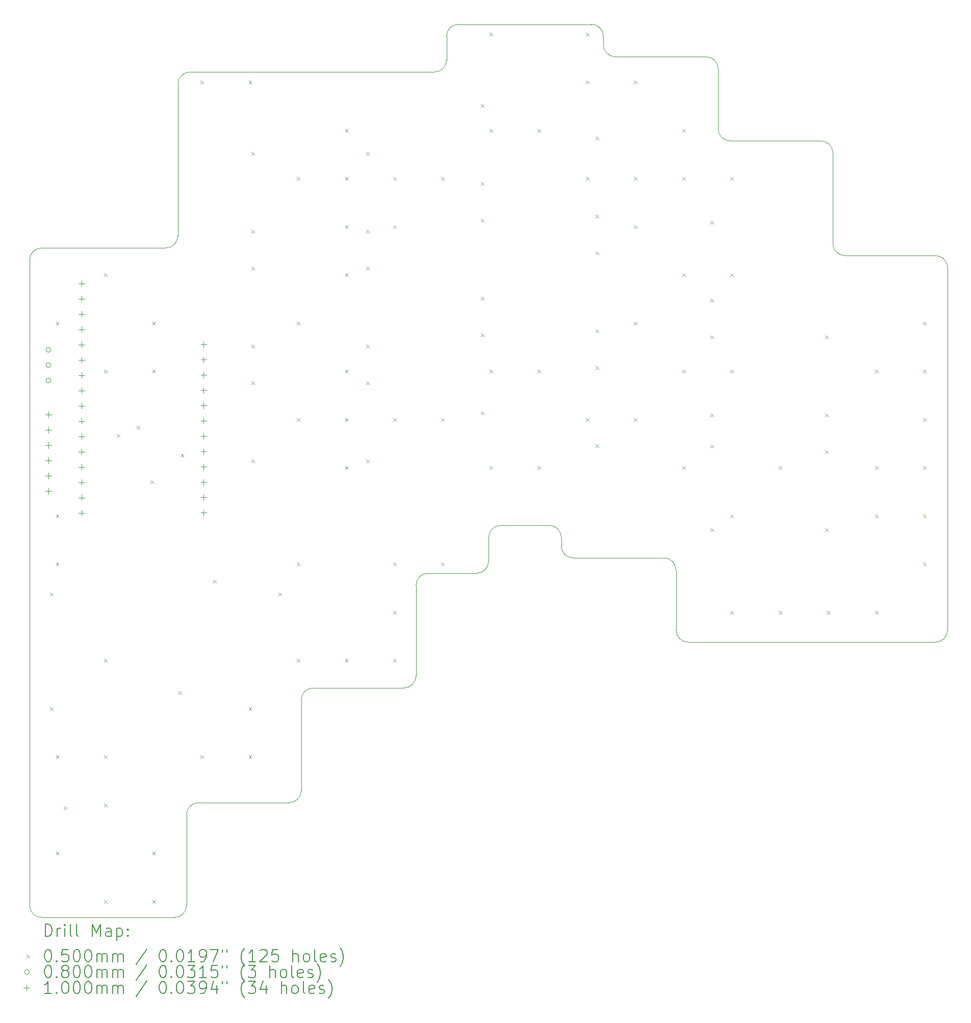
<source format=gbr>
%TF.GenerationSoftware,KiCad,Pcbnew,8.0.6-8.0.6-0~ubuntu24.04.1*%
%TF.CreationDate,2025-02-09T13:25:05-05:00*%
%TF.ProjectId,keybird_right,6b657962-6972-4645-9f72-696768742e6b,rev?*%
%TF.SameCoordinates,Original*%
%TF.FileFunction,Drillmap*%
%TF.FilePolarity,Positive*%
%FSLAX45Y45*%
G04 Gerber Fmt 4.5, Leading zero omitted, Abs format (unit mm)*
G04 Created by KiCad (PCBNEW 8.0.6-8.0.6-0~ubuntu24.04.1) date 2025-02-09 13:25:05*
%MOMM*%
%LPD*%
G01*
G04 APERTURE LIST*
%ADD10C,0.050000*%
%ADD11C,0.100000*%
%ADD12C,0.200000*%
G04 APERTURE END LIST*
D10*
X19765000Y-3776000D02*
G75*
G02*
X19565000Y-3576000I0J200000D01*
G01*
X16453500Y-12550000D02*
G75*
G02*
X16653500Y-12350000I200000J0D01*
G01*
X17660000Y-11756250D02*
G75*
G02*
X17860000Y-11556250I200000J0D01*
G01*
X17460000Y-12350000D02*
X16653500Y-12350000D01*
X16760000Y-4030000D02*
X12700000Y-4030000D01*
X14548500Y-14455000D02*
X14548500Y-15960000D01*
X19365000Y-3236250D02*
X17160000Y-3236250D01*
X23175000Y-5173000D02*
G75*
G02*
X23375000Y-5373000I0J-200000D01*
G01*
D11*
X20570000Y-12096000D02*
G75*
G02*
X20770000Y-12296000I0J-200000D01*
G01*
D10*
X25080000Y-13493000D02*
X20970000Y-13493000D01*
X20970000Y-13493000D02*
G75*
G02*
X20770000Y-13293000I0J200000D01*
G01*
X19365000Y-3236250D02*
G75*
G02*
X19565000Y-3436250I0J-200000D01*
G01*
X12643500Y-16360000D02*
G75*
G02*
X12843500Y-16160000I200000J0D01*
G01*
X17660000Y-11756250D02*
X17660000Y-12150000D01*
X25280000Y-13293000D02*
G75*
G02*
X25080000Y-13493000I-200000J0D01*
G01*
D11*
X20770000Y-12296000D02*
X20770000Y-13293000D01*
D10*
X16960000Y-3830000D02*
G75*
G02*
X16760000Y-4030000I-200000J0D01*
G01*
X25080000Y-7078000D02*
G75*
G02*
X25280000Y-7278000I0J-200000D01*
G01*
X23575000Y-7078000D02*
X25080000Y-7078000D01*
X12443500Y-18065000D02*
X10238500Y-18065000D01*
X19565000Y-3436250D02*
X19565000Y-3576000D01*
X14548500Y-14455000D02*
G75*
G02*
X14748500Y-14255000I200000J0D01*
G01*
X12300000Y-6950000D02*
X10238500Y-6950000D01*
X10038500Y-7150000D02*
G75*
G02*
X10238500Y-6950000I200000J0D01*
G01*
X19065000Y-12096000D02*
G75*
G02*
X18865000Y-11896000I0J200000D01*
G01*
X23375000Y-5373000D02*
X23375000Y-6878000D01*
X21470000Y-3976000D02*
X21470000Y-4973000D01*
X12500000Y-4230000D02*
G75*
G02*
X12700000Y-4030000I200000J0D01*
G01*
X16453500Y-14055000D02*
G75*
G02*
X16253500Y-14255000I-200000J0D01*
G01*
X19765000Y-3776000D02*
X21270000Y-3776000D01*
X21670000Y-5173000D02*
G75*
G02*
X21470000Y-4973000I0J200000D01*
G01*
X14548500Y-15960000D02*
G75*
G02*
X14348500Y-16160000I-200000J0D01*
G01*
X12643500Y-16360000D02*
X12643500Y-17865000D01*
X23575000Y-7078000D02*
G75*
G02*
X23375000Y-6878000I0J200000D01*
G01*
X10238500Y-18065000D02*
G75*
G02*
X10038500Y-17865000I0J200000D01*
G01*
X12500000Y-6750000D02*
G75*
G02*
X12300000Y-6950000I-200000J0D01*
G01*
X12500000Y-4230000D02*
X12500000Y-6750000D01*
X16960000Y-3436250D02*
G75*
G02*
X17160000Y-3236250I200000J0D01*
G01*
X18865000Y-11896000D02*
X18865000Y-11756250D01*
X25280000Y-7278000D02*
X25280000Y-13293000D01*
X21270000Y-3776000D02*
G75*
G02*
X21470000Y-3976000I0J-200000D01*
G01*
X16960000Y-3830000D02*
X16960000Y-3436250D01*
X16253500Y-14255000D02*
X14748500Y-14255000D01*
X14348500Y-16160000D02*
X12843500Y-16160000D01*
X18665000Y-11556250D02*
X17860000Y-11556250D01*
X17660000Y-12150000D02*
G75*
G02*
X17460000Y-12350000I-200000J0D01*
G01*
X16453500Y-12550000D02*
X16453500Y-14055000D01*
X18665000Y-11556250D02*
G75*
G02*
X18865000Y-11756250I0J-200000D01*
G01*
X20570000Y-12096000D02*
X19065000Y-12096000D01*
X21670000Y-5173000D02*
X23175000Y-5173000D01*
X12643500Y-17865000D02*
G75*
G02*
X12443500Y-18065000I-200000J0D01*
G01*
X10038500Y-7150000D02*
X10038500Y-17865000D01*
D12*
D11*
X10379081Y-12672833D02*
X10429081Y-12722833D01*
X10429081Y-12672833D02*
X10379081Y-12722833D01*
X10379081Y-14577833D02*
X10429081Y-14627833D01*
X10429081Y-14577833D02*
X10379081Y-14627833D01*
X10475000Y-8175000D02*
X10525000Y-8225000D01*
X10525000Y-8175000D02*
X10475000Y-8225000D01*
X10475000Y-11375000D02*
X10525000Y-11425000D01*
X10525000Y-11375000D02*
X10475000Y-11425000D01*
X10475000Y-12175000D02*
X10525000Y-12225000D01*
X10525000Y-12175000D02*
X10475000Y-12225000D01*
X10475000Y-15375000D02*
X10525000Y-15425000D01*
X10525000Y-15375000D02*
X10475000Y-15425000D01*
X10475000Y-16975000D02*
X10525000Y-17025000D01*
X10525000Y-16975000D02*
X10475000Y-17025000D01*
X10605625Y-16222201D02*
X10655625Y-16272201D01*
X10655625Y-16222201D02*
X10605625Y-16272201D01*
X11275000Y-7375000D02*
X11325000Y-7425000D01*
X11325000Y-7375000D02*
X11275000Y-7425000D01*
X11275000Y-8975000D02*
X11325000Y-9025000D01*
X11325000Y-8975000D02*
X11275000Y-9025000D01*
X11275000Y-13775000D02*
X11325000Y-13825000D01*
X11325000Y-13775000D02*
X11275000Y-13825000D01*
X11275000Y-15375000D02*
X11325000Y-15425000D01*
X11325000Y-15375000D02*
X11275000Y-15425000D01*
X11275000Y-16175000D02*
X11325000Y-16225000D01*
X11325000Y-16175000D02*
X11275000Y-16225000D01*
X11275000Y-17775000D02*
X11325000Y-17825000D01*
X11325000Y-17775000D02*
X11275000Y-17825000D01*
X11487000Y-10041370D02*
X11537000Y-10091370D01*
X11537000Y-10041370D02*
X11487000Y-10091370D01*
X11815942Y-9904323D02*
X11865942Y-9954323D01*
X11865942Y-9904323D02*
X11815942Y-9954323D01*
X12043979Y-10806393D02*
X12093979Y-10856393D01*
X12093979Y-10806393D02*
X12043979Y-10856393D01*
X12075000Y-8175000D02*
X12125000Y-8225000D01*
X12125000Y-8175000D02*
X12075000Y-8225000D01*
X12075000Y-8975000D02*
X12125000Y-9025000D01*
X12125000Y-8975000D02*
X12075000Y-9025000D01*
X12075000Y-16975000D02*
X12125000Y-17025000D01*
X12125000Y-16975000D02*
X12075000Y-17025000D01*
X12075000Y-17775000D02*
X12125000Y-17825000D01*
X12125000Y-17775000D02*
X12075000Y-17825000D01*
X12512717Y-14306432D02*
X12562717Y-14356432D01*
X12562717Y-14306432D02*
X12512717Y-14356432D01*
X12549312Y-10371411D02*
X12599312Y-10421411D01*
X12599312Y-10371411D02*
X12549312Y-10421411D01*
X12875000Y-4175000D02*
X12925000Y-4225000D01*
X12925000Y-4175000D02*
X12875000Y-4225000D01*
X12875000Y-15375000D02*
X12925000Y-15425000D01*
X12925000Y-15375000D02*
X12875000Y-15425000D01*
X13086902Y-12461333D02*
X13136902Y-12511333D01*
X13136902Y-12461333D02*
X13086902Y-12511333D01*
X13675000Y-4175000D02*
X13725000Y-4225000D01*
X13725000Y-4175000D02*
X13675000Y-4225000D01*
X13675000Y-14575000D02*
X13725000Y-14625000D01*
X13725000Y-14575000D02*
X13675000Y-14625000D01*
X13675000Y-15375000D02*
X13725000Y-15425000D01*
X13725000Y-15375000D02*
X13675000Y-15425000D01*
X13719000Y-5358408D02*
X13769000Y-5408408D01*
X13769000Y-5358408D02*
X13719000Y-5408408D01*
X13719000Y-7263408D02*
X13769000Y-7313408D01*
X13769000Y-7263408D02*
X13719000Y-7313408D01*
X13719000Y-9168408D02*
X13769000Y-9218408D01*
X13769000Y-9168408D02*
X13719000Y-9218408D01*
X13719005Y-6653592D02*
X13769005Y-6703592D01*
X13769005Y-6653592D02*
X13719005Y-6703592D01*
X13719005Y-8558592D02*
X13769005Y-8608592D01*
X13769005Y-8558592D02*
X13719005Y-8608592D01*
X13719005Y-10463592D02*
X13769005Y-10513592D01*
X13769005Y-10463592D02*
X13719005Y-10513592D01*
X14171231Y-12673500D02*
X14221231Y-12723500D01*
X14221231Y-12673500D02*
X14171231Y-12723500D01*
X14475000Y-5775000D02*
X14525000Y-5825000D01*
X14525000Y-5775000D02*
X14475000Y-5825000D01*
X14475000Y-8175000D02*
X14525000Y-8225000D01*
X14525000Y-8175000D02*
X14475000Y-8225000D01*
X14475000Y-9775000D02*
X14525000Y-9825000D01*
X14525000Y-9775000D02*
X14475000Y-9825000D01*
X14475000Y-12175000D02*
X14525000Y-12225000D01*
X14525000Y-12175000D02*
X14475000Y-12225000D01*
X14475000Y-13775000D02*
X14525000Y-13825000D01*
X14525000Y-13775000D02*
X14475000Y-13825000D01*
X15275000Y-4975000D02*
X15325000Y-5025000D01*
X15325000Y-4975000D02*
X15275000Y-5025000D01*
X15275000Y-5775000D02*
X15325000Y-5825000D01*
X15325000Y-5775000D02*
X15275000Y-5825000D01*
X15275000Y-6575000D02*
X15325000Y-6625000D01*
X15325000Y-6575000D02*
X15275000Y-6625000D01*
X15275000Y-7375000D02*
X15325000Y-7425000D01*
X15325000Y-7375000D02*
X15275000Y-7425000D01*
X15275000Y-8975000D02*
X15325000Y-9025000D01*
X15325000Y-8975000D02*
X15275000Y-9025000D01*
X15275000Y-9775000D02*
X15325000Y-9825000D01*
X15325000Y-9775000D02*
X15275000Y-9825000D01*
X15275000Y-10575000D02*
X15325000Y-10625000D01*
X15325000Y-10575000D02*
X15275000Y-10625000D01*
X15275000Y-13775000D02*
X15325000Y-13825000D01*
X15325000Y-13775000D02*
X15275000Y-13825000D01*
X15624000Y-5358408D02*
X15674000Y-5408408D01*
X15674000Y-5358408D02*
X15624000Y-5408408D01*
X15624000Y-7263408D02*
X15674000Y-7313408D01*
X15674000Y-7263408D02*
X15624000Y-7313408D01*
X15624000Y-9168408D02*
X15674000Y-9218408D01*
X15674000Y-9168408D02*
X15624000Y-9218408D01*
X15624005Y-6653592D02*
X15674005Y-6703592D01*
X15674005Y-6653592D02*
X15624005Y-6703592D01*
X15624005Y-8558592D02*
X15674005Y-8608592D01*
X15674005Y-8558592D02*
X15624005Y-8608592D01*
X15624005Y-10463592D02*
X15674005Y-10513592D01*
X15674005Y-10463592D02*
X15624005Y-10513592D01*
X16075000Y-5775000D02*
X16125000Y-5825000D01*
X16125000Y-5775000D02*
X16075000Y-5825000D01*
X16075000Y-6575000D02*
X16125000Y-6625000D01*
X16125000Y-6575000D02*
X16075000Y-6625000D01*
X16075000Y-9775000D02*
X16125000Y-9825000D01*
X16125000Y-9775000D02*
X16075000Y-9825000D01*
X16075000Y-12175000D02*
X16125000Y-12225000D01*
X16125000Y-12175000D02*
X16075000Y-12225000D01*
X16075000Y-12975000D02*
X16125000Y-13025000D01*
X16125000Y-12975000D02*
X16075000Y-13025000D01*
X16075000Y-13775000D02*
X16125000Y-13825000D01*
X16125000Y-13775000D02*
X16075000Y-13825000D01*
X16875000Y-5775000D02*
X16925000Y-5825000D01*
X16925000Y-5775000D02*
X16875000Y-5825000D01*
X16875000Y-9775000D02*
X16925000Y-9825000D01*
X16925000Y-9775000D02*
X16875000Y-9825000D01*
X16875000Y-12175000D02*
X16925000Y-12225000D01*
X16925000Y-12175000D02*
X16875000Y-12225000D01*
X17529000Y-4564658D02*
X17579000Y-4614658D01*
X17579000Y-4564658D02*
X17529000Y-4614658D01*
X17529000Y-6469658D02*
X17579000Y-6519658D01*
X17579000Y-6469658D02*
X17529000Y-6519658D01*
X17529000Y-8374658D02*
X17579000Y-8424658D01*
X17579000Y-8374658D02*
X17529000Y-8424658D01*
X17529005Y-5859842D02*
X17579005Y-5909842D01*
X17579005Y-5859842D02*
X17529005Y-5909842D01*
X17529005Y-7764842D02*
X17579005Y-7814842D01*
X17579005Y-7764842D02*
X17529005Y-7814842D01*
X17529005Y-9669842D02*
X17579005Y-9719842D01*
X17579005Y-9669842D02*
X17529005Y-9719842D01*
X17675000Y-3375000D02*
X17725000Y-3425000D01*
X17725000Y-3375000D02*
X17675000Y-3425000D01*
X17675000Y-4975000D02*
X17725000Y-5025000D01*
X17725000Y-4975000D02*
X17675000Y-5025000D01*
X17675000Y-8975000D02*
X17725000Y-9025000D01*
X17725000Y-8975000D02*
X17675000Y-9025000D01*
X17675000Y-10575000D02*
X17725000Y-10625000D01*
X17725000Y-10575000D02*
X17675000Y-10625000D01*
X18475000Y-4975000D02*
X18525000Y-5025000D01*
X18525000Y-4975000D02*
X18475000Y-5025000D01*
X18475000Y-8975000D02*
X18525000Y-9025000D01*
X18525000Y-8975000D02*
X18475000Y-9025000D01*
X18475000Y-10575000D02*
X18525000Y-10625000D01*
X18525000Y-10575000D02*
X18475000Y-10625000D01*
X19275000Y-3375000D02*
X19325000Y-3425000D01*
X19325000Y-3375000D02*
X19275000Y-3425000D01*
X19275000Y-4175000D02*
X19325000Y-4225000D01*
X19325000Y-4175000D02*
X19275000Y-4225000D01*
X19275000Y-5775000D02*
X19325000Y-5825000D01*
X19325000Y-5775000D02*
X19275000Y-5825000D01*
X19275000Y-9775000D02*
X19325000Y-9825000D01*
X19325000Y-9775000D02*
X19275000Y-9825000D01*
X19433995Y-7009408D02*
X19483995Y-7059408D01*
X19483995Y-7009408D02*
X19433995Y-7059408D01*
X19434000Y-5104408D02*
X19484000Y-5154408D01*
X19484000Y-5104408D02*
X19434000Y-5154408D01*
X19434000Y-8304592D02*
X19484000Y-8354592D01*
X19484000Y-8304592D02*
X19434000Y-8354592D01*
X19434000Y-8914408D02*
X19484000Y-8964408D01*
X19484000Y-8914408D02*
X19434000Y-8964408D01*
X19434005Y-6399592D02*
X19484005Y-6449592D01*
X19484005Y-6399592D02*
X19434005Y-6449592D01*
X19434005Y-10209592D02*
X19484005Y-10259592D01*
X19484005Y-10209592D02*
X19434005Y-10259592D01*
X20075000Y-4175000D02*
X20125000Y-4225000D01*
X20125000Y-4175000D02*
X20075000Y-4225000D01*
X20075000Y-5775000D02*
X20125000Y-5825000D01*
X20125000Y-5775000D02*
X20075000Y-5825000D01*
X20075000Y-6575000D02*
X20125000Y-6625000D01*
X20125000Y-6575000D02*
X20075000Y-6625000D01*
X20075000Y-8175000D02*
X20125000Y-8225000D01*
X20125000Y-8175000D02*
X20075000Y-8225000D01*
X20075000Y-9775000D02*
X20125000Y-9825000D01*
X20125000Y-9775000D02*
X20075000Y-9825000D01*
X20875000Y-4975000D02*
X20925000Y-5025000D01*
X20925000Y-4975000D02*
X20875000Y-5025000D01*
X20875000Y-5775000D02*
X20925000Y-5825000D01*
X20925000Y-5775000D02*
X20875000Y-5825000D01*
X20875000Y-7375000D02*
X20925000Y-7425000D01*
X20925000Y-7375000D02*
X20875000Y-7425000D01*
X20875000Y-8975000D02*
X20925000Y-9025000D01*
X20925000Y-8975000D02*
X20875000Y-9025000D01*
X20875000Y-10575000D02*
X20925000Y-10625000D01*
X20925000Y-10575000D02*
X20875000Y-10625000D01*
X21339000Y-6501408D02*
X21389000Y-6551408D01*
X21389000Y-6501408D02*
X21339000Y-6551408D01*
X21339000Y-8406408D02*
X21389000Y-8456408D01*
X21389000Y-8406408D02*
X21339000Y-8456408D01*
X21339000Y-10219531D02*
X21389000Y-10269531D01*
X21389000Y-10219531D02*
X21339000Y-10269531D01*
X21339005Y-7796592D02*
X21389005Y-7846592D01*
X21389005Y-7796592D02*
X21339005Y-7846592D01*
X21339005Y-9701592D02*
X21389005Y-9751592D01*
X21389005Y-9701592D02*
X21339005Y-9751592D01*
X21339005Y-11606592D02*
X21389005Y-11656592D01*
X21389005Y-11606592D02*
X21339005Y-11656592D01*
X21675000Y-5775000D02*
X21725000Y-5825000D01*
X21725000Y-5775000D02*
X21675000Y-5825000D01*
X21675000Y-7375000D02*
X21725000Y-7425000D01*
X21725000Y-7375000D02*
X21675000Y-7425000D01*
X21675000Y-8975000D02*
X21725000Y-9025000D01*
X21725000Y-8975000D02*
X21675000Y-9025000D01*
X21675000Y-11375000D02*
X21725000Y-11425000D01*
X21725000Y-11375000D02*
X21675000Y-11425000D01*
X21675000Y-12975000D02*
X21725000Y-13025000D01*
X21725000Y-12975000D02*
X21675000Y-13025000D01*
X22475000Y-10575000D02*
X22525000Y-10625000D01*
X22525000Y-10575000D02*
X22475000Y-10625000D01*
X22475000Y-12975000D02*
X22525000Y-13025000D01*
X22525000Y-12975000D02*
X22475000Y-13025000D01*
X23243995Y-8406408D02*
X23293995Y-8456408D01*
X23293995Y-8406408D02*
X23243995Y-8456408D01*
X23244000Y-9701592D02*
X23294000Y-9751592D01*
X23294000Y-9701592D02*
X23244000Y-9751592D01*
X23244000Y-10311408D02*
X23294000Y-10361408D01*
X23294000Y-10311408D02*
X23244000Y-10361408D01*
X23244005Y-11606592D02*
X23294005Y-11656592D01*
X23294005Y-11606592D02*
X23244005Y-11656592D01*
X23275000Y-12975000D02*
X23325000Y-13025000D01*
X23325000Y-12975000D02*
X23275000Y-13025000D01*
X24075000Y-8975000D02*
X24125000Y-9025000D01*
X24125000Y-8975000D02*
X24075000Y-9025000D01*
X24075000Y-10575000D02*
X24125000Y-10625000D01*
X24125000Y-10575000D02*
X24075000Y-10625000D01*
X24075000Y-11375000D02*
X24125000Y-11425000D01*
X24125000Y-11375000D02*
X24075000Y-11425000D01*
X24075000Y-12975000D02*
X24125000Y-13025000D01*
X24125000Y-12975000D02*
X24075000Y-13025000D01*
X24875000Y-8175000D02*
X24925000Y-8225000D01*
X24925000Y-8175000D02*
X24875000Y-8225000D01*
X24875000Y-8975000D02*
X24925000Y-9025000D01*
X24925000Y-8975000D02*
X24875000Y-9025000D01*
X24875000Y-9775000D02*
X24925000Y-9825000D01*
X24925000Y-9775000D02*
X24875000Y-9825000D01*
X24875000Y-10575000D02*
X24925000Y-10625000D01*
X24925000Y-10575000D02*
X24875000Y-10625000D01*
X24875000Y-11375000D02*
X24925000Y-11425000D01*
X24925000Y-11375000D02*
X24875000Y-11425000D01*
X24875000Y-12175000D02*
X24925000Y-12225000D01*
X24925000Y-12175000D02*
X24875000Y-12225000D01*
X10390000Y-8642000D02*
G75*
G02*
X10310000Y-8642000I-40000J0D01*
G01*
X10310000Y-8642000D02*
G75*
G02*
X10390000Y-8642000I40000J0D01*
G01*
X10390000Y-8896000D02*
G75*
G02*
X10310000Y-8896000I-40000J0D01*
G01*
X10310000Y-8896000D02*
G75*
G02*
X10390000Y-8896000I40000J0D01*
G01*
X10390000Y-9150000D02*
G75*
G02*
X10310000Y-9150000I-40000J0D01*
G01*
X10310000Y-9150000D02*
G75*
G02*
X10390000Y-9150000I40000J0D01*
G01*
X10350000Y-9665000D02*
X10350000Y-9765000D01*
X10300000Y-9715000D02*
X10400000Y-9715000D01*
X10350000Y-9919000D02*
X10350000Y-10019000D01*
X10300000Y-9969000D02*
X10400000Y-9969000D01*
X10350000Y-10173000D02*
X10350000Y-10273000D01*
X10300000Y-10223000D02*
X10400000Y-10223000D01*
X10350000Y-10427000D02*
X10350000Y-10527000D01*
X10300000Y-10477000D02*
X10400000Y-10477000D01*
X10350000Y-10681000D02*
X10350000Y-10781000D01*
X10300000Y-10731000D02*
X10400000Y-10731000D01*
X10350000Y-10935000D02*
X10350000Y-11035000D01*
X10300000Y-10985000D02*
X10400000Y-10985000D01*
X10900000Y-7487500D02*
X10900000Y-7587500D01*
X10850000Y-7537500D02*
X10950000Y-7537500D01*
X10900000Y-7741500D02*
X10900000Y-7841500D01*
X10850000Y-7791500D02*
X10950000Y-7791500D01*
X10900000Y-7995500D02*
X10900000Y-8095500D01*
X10850000Y-8045500D02*
X10950000Y-8045500D01*
X10900000Y-8249500D02*
X10900000Y-8349500D01*
X10850000Y-8299500D02*
X10950000Y-8299500D01*
X10900000Y-8503500D02*
X10900000Y-8603500D01*
X10850000Y-8553500D02*
X10950000Y-8553500D01*
X10900000Y-8757500D02*
X10900000Y-8857500D01*
X10850000Y-8807500D02*
X10950000Y-8807500D01*
X10900000Y-9011500D02*
X10900000Y-9111500D01*
X10850000Y-9061500D02*
X10950000Y-9061500D01*
X10900000Y-9265500D02*
X10900000Y-9365500D01*
X10850000Y-9315500D02*
X10950000Y-9315500D01*
X10900000Y-9519500D02*
X10900000Y-9619500D01*
X10850000Y-9569500D02*
X10950000Y-9569500D01*
X10900000Y-9773500D02*
X10900000Y-9873500D01*
X10850000Y-9823500D02*
X10950000Y-9823500D01*
X10900000Y-10027500D02*
X10900000Y-10127500D01*
X10850000Y-10077500D02*
X10950000Y-10077500D01*
X10900000Y-10281500D02*
X10900000Y-10381500D01*
X10850000Y-10331500D02*
X10950000Y-10331500D01*
X10900000Y-10535500D02*
X10900000Y-10635500D01*
X10850000Y-10585500D02*
X10950000Y-10585500D01*
X10900000Y-10789500D02*
X10900000Y-10889500D01*
X10850000Y-10839500D02*
X10950000Y-10839500D01*
X10900000Y-11043500D02*
X10900000Y-11143500D01*
X10850000Y-11093500D02*
X10950000Y-11093500D01*
X10900000Y-11297500D02*
X10900000Y-11397500D01*
X10850000Y-11347500D02*
X10950000Y-11347500D01*
X12929500Y-8502500D02*
X12929500Y-8602500D01*
X12879500Y-8552500D02*
X12979500Y-8552500D01*
X12929500Y-8756500D02*
X12929500Y-8856500D01*
X12879500Y-8806500D02*
X12979500Y-8806500D01*
X12929500Y-9010500D02*
X12929500Y-9110500D01*
X12879500Y-9060500D02*
X12979500Y-9060500D01*
X12929500Y-9264500D02*
X12929500Y-9364500D01*
X12879500Y-9314500D02*
X12979500Y-9314500D01*
X12929500Y-9518500D02*
X12929500Y-9618500D01*
X12879500Y-9568500D02*
X12979500Y-9568500D01*
X12929500Y-9772500D02*
X12929500Y-9872500D01*
X12879500Y-9822500D02*
X12979500Y-9822500D01*
X12929500Y-10026500D02*
X12929500Y-10126500D01*
X12879500Y-10076500D02*
X12979500Y-10076500D01*
X12929500Y-10280500D02*
X12929500Y-10380500D01*
X12879500Y-10330500D02*
X12979500Y-10330500D01*
X12929500Y-10534500D02*
X12929500Y-10634500D01*
X12879500Y-10584500D02*
X12979500Y-10584500D01*
X12929500Y-10788500D02*
X12929500Y-10888500D01*
X12879500Y-10838500D02*
X12979500Y-10838500D01*
X12929500Y-11042500D02*
X12929500Y-11142500D01*
X12879500Y-11092500D02*
X12979500Y-11092500D01*
X12929500Y-11296500D02*
X12929500Y-11396500D01*
X12879500Y-11346500D02*
X12979500Y-11346500D01*
D12*
X10296777Y-18378984D02*
X10296777Y-18178984D01*
X10296777Y-18178984D02*
X10344396Y-18178984D01*
X10344396Y-18178984D02*
X10372967Y-18188508D01*
X10372967Y-18188508D02*
X10392015Y-18207555D01*
X10392015Y-18207555D02*
X10401539Y-18226603D01*
X10401539Y-18226603D02*
X10411063Y-18264698D01*
X10411063Y-18264698D02*
X10411063Y-18293270D01*
X10411063Y-18293270D02*
X10401539Y-18331365D01*
X10401539Y-18331365D02*
X10392015Y-18350412D01*
X10392015Y-18350412D02*
X10372967Y-18369460D01*
X10372967Y-18369460D02*
X10344396Y-18378984D01*
X10344396Y-18378984D02*
X10296777Y-18378984D01*
X10496777Y-18378984D02*
X10496777Y-18245650D01*
X10496777Y-18283746D02*
X10506301Y-18264698D01*
X10506301Y-18264698D02*
X10515824Y-18255174D01*
X10515824Y-18255174D02*
X10534872Y-18245650D01*
X10534872Y-18245650D02*
X10553920Y-18245650D01*
X10620586Y-18378984D02*
X10620586Y-18245650D01*
X10620586Y-18178984D02*
X10611063Y-18188508D01*
X10611063Y-18188508D02*
X10620586Y-18198031D01*
X10620586Y-18198031D02*
X10630110Y-18188508D01*
X10630110Y-18188508D02*
X10620586Y-18178984D01*
X10620586Y-18178984D02*
X10620586Y-18198031D01*
X10744396Y-18378984D02*
X10725348Y-18369460D01*
X10725348Y-18369460D02*
X10715824Y-18350412D01*
X10715824Y-18350412D02*
X10715824Y-18178984D01*
X10849158Y-18378984D02*
X10830110Y-18369460D01*
X10830110Y-18369460D02*
X10820586Y-18350412D01*
X10820586Y-18350412D02*
X10820586Y-18178984D01*
X11077729Y-18378984D02*
X11077729Y-18178984D01*
X11077729Y-18178984D02*
X11144396Y-18321841D01*
X11144396Y-18321841D02*
X11211062Y-18178984D01*
X11211062Y-18178984D02*
X11211062Y-18378984D01*
X11392015Y-18378984D02*
X11392015Y-18274222D01*
X11392015Y-18274222D02*
X11382491Y-18255174D01*
X11382491Y-18255174D02*
X11363443Y-18245650D01*
X11363443Y-18245650D02*
X11325348Y-18245650D01*
X11325348Y-18245650D02*
X11306301Y-18255174D01*
X11392015Y-18369460D02*
X11372967Y-18378984D01*
X11372967Y-18378984D02*
X11325348Y-18378984D01*
X11325348Y-18378984D02*
X11306301Y-18369460D01*
X11306301Y-18369460D02*
X11296777Y-18350412D01*
X11296777Y-18350412D02*
X11296777Y-18331365D01*
X11296777Y-18331365D02*
X11306301Y-18312317D01*
X11306301Y-18312317D02*
X11325348Y-18302793D01*
X11325348Y-18302793D02*
X11372967Y-18302793D01*
X11372967Y-18302793D02*
X11392015Y-18293270D01*
X11487253Y-18245650D02*
X11487253Y-18445650D01*
X11487253Y-18255174D02*
X11506301Y-18245650D01*
X11506301Y-18245650D02*
X11544396Y-18245650D01*
X11544396Y-18245650D02*
X11563443Y-18255174D01*
X11563443Y-18255174D02*
X11572967Y-18264698D01*
X11572967Y-18264698D02*
X11582491Y-18283746D01*
X11582491Y-18283746D02*
X11582491Y-18340889D01*
X11582491Y-18340889D02*
X11572967Y-18359936D01*
X11572967Y-18359936D02*
X11563443Y-18369460D01*
X11563443Y-18369460D02*
X11544396Y-18378984D01*
X11544396Y-18378984D02*
X11506301Y-18378984D01*
X11506301Y-18378984D02*
X11487253Y-18369460D01*
X11668205Y-18359936D02*
X11677729Y-18369460D01*
X11677729Y-18369460D02*
X11668205Y-18378984D01*
X11668205Y-18378984D02*
X11658682Y-18369460D01*
X11658682Y-18369460D02*
X11668205Y-18359936D01*
X11668205Y-18359936D02*
X11668205Y-18378984D01*
X11668205Y-18255174D02*
X11677729Y-18264698D01*
X11677729Y-18264698D02*
X11668205Y-18274222D01*
X11668205Y-18274222D02*
X11658682Y-18264698D01*
X11658682Y-18264698D02*
X11668205Y-18255174D01*
X11668205Y-18255174D02*
X11668205Y-18274222D01*
D11*
X9986000Y-18682500D02*
X10036000Y-18732500D01*
X10036000Y-18682500D02*
X9986000Y-18732500D01*
D12*
X10334872Y-18598984D02*
X10353920Y-18598984D01*
X10353920Y-18598984D02*
X10372967Y-18608508D01*
X10372967Y-18608508D02*
X10382491Y-18618031D01*
X10382491Y-18618031D02*
X10392015Y-18637079D01*
X10392015Y-18637079D02*
X10401539Y-18675174D01*
X10401539Y-18675174D02*
X10401539Y-18722793D01*
X10401539Y-18722793D02*
X10392015Y-18760889D01*
X10392015Y-18760889D02*
X10382491Y-18779936D01*
X10382491Y-18779936D02*
X10372967Y-18789460D01*
X10372967Y-18789460D02*
X10353920Y-18798984D01*
X10353920Y-18798984D02*
X10334872Y-18798984D01*
X10334872Y-18798984D02*
X10315824Y-18789460D01*
X10315824Y-18789460D02*
X10306301Y-18779936D01*
X10306301Y-18779936D02*
X10296777Y-18760889D01*
X10296777Y-18760889D02*
X10287253Y-18722793D01*
X10287253Y-18722793D02*
X10287253Y-18675174D01*
X10287253Y-18675174D02*
X10296777Y-18637079D01*
X10296777Y-18637079D02*
X10306301Y-18618031D01*
X10306301Y-18618031D02*
X10315824Y-18608508D01*
X10315824Y-18608508D02*
X10334872Y-18598984D01*
X10487253Y-18779936D02*
X10496777Y-18789460D01*
X10496777Y-18789460D02*
X10487253Y-18798984D01*
X10487253Y-18798984D02*
X10477729Y-18789460D01*
X10477729Y-18789460D02*
X10487253Y-18779936D01*
X10487253Y-18779936D02*
X10487253Y-18798984D01*
X10677729Y-18598984D02*
X10582491Y-18598984D01*
X10582491Y-18598984D02*
X10572967Y-18694222D01*
X10572967Y-18694222D02*
X10582491Y-18684698D01*
X10582491Y-18684698D02*
X10601539Y-18675174D01*
X10601539Y-18675174D02*
X10649158Y-18675174D01*
X10649158Y-18675174D02*
X10668205Y-18684698D01*
X10668205Y-18684698D02*
X10677729Y-18694222D01*
X10677729Y-18694222D02*
X10687253Y-18713270D01*
X10687253Y-18713270D02*
X10687253Y-18760889D01*
X10687253Y-18760889D02*
X10677729Y-18779936D01*
X10677729Y-18779936D02*
X10668205Y-18789460D01*
X10668205Y-18789460D02*
X10649158Y-18798984D01*
X10649158Y-18798984D02*
X10601539Y-18798984D01*
X10601539Y-18798984D02*
X10582491Y-18789460D01*
X10582491Y-18789460D02*
X10572967Y-18779936D01*
X10811063Y-18598984D02*
X10830110Y-18598984D01*
X10830110Y-18598984D02*
X10849158Y-18608508D01*
X10849158Y-18608508D02*
X10858682Y-18618031D01*
X10858682Y-18618031D02*
X10868205Y-18637079D01*
X10868205Y-18637079D02*
X10877729Y-18675174D01*
X10877729Y-18675174D02*
X10877729Y-18722793D01*
X10877729Y-18722793D02*
X10868205Y-18760889D01*
X10868205Y-18760889D02*
X10858682Y-18779936D01*
X10858682Y-18779936D02*
X10849158Y-18789460D01*
X10849158Y-18789460D02*
X10830110Y-18798984D01*
X10830110Y-18798984D02*
X10811063Y-18798984D01*
X10811063Y-18798984D02*
X10792015Y-18789460D01*
X10792015Y-18789460D02*
X10782491Y-18779936D01*
X10782491Y-18779936D02*
X10772967Y-18760889D01*
X10772967Y-18760889D02*
X10763444Y-18722793D01*
X10763444Y-18722793D02*
X10763444Y-18675174D01*
X10763444Y-18675174D02*
X10772967Y-18637079D01*
X10772967Y-18637079D02*
X10782491Y-18618031D01*
X10782491Y-18618031D02*
X10792015Y-18608508D01*
X10792015Y-18608508D02*
X10811063Y-18598984D01*
X11001539Y-18598984D02*
X11020586Y-18598984D01*
X11020586Y-18598984D02*
X11039634Y-18608508D01*
X11039634Y-18608508D02*
X11049158Y-18618031D01*
X11049158Y-18618031D02*
X11058682Y-18637079D01*
X11058682Y-18637079D02*
X11068205Y-18675174D01*
X11068205Y-18675174D02*
X11068205Y-18722793D01*
X11068205Y-18722793D02*
X11058682Y-18760889D01*
X11058682Y-18760889D02*
X11049158Y-18779936D01*
X11049158Y-18779936D02*
X11039634Y-18789460D01*
X11039634Y-18789460D02*
X11020586Y-18798984D01*
X11020586Y-18798984D02*
X11001539Y-18798984D01*
X11001539Y-18798984D02*
X10982491Y-18789460D01*
X10982491Y-18789460D02*
X10972967Y-18779936D01*
X10972967Y-18779936D02*
X10963444Y-18760889D01*
X10963444Y-18760889D02*
X10953920Y-18722793D01*
X10953920Y-18722793D02*
X10953920Y-18675174D01*
X10953920Y-18675174D02*
X10963444Y-18637079D01*
X10963444Y-18637079D02*
X10972967Y-18618031D01*
X10972967Y-18618031D02*
X10982491Y-18608508D01*
X10982491Y-18608508D02*
X11001539Y-18598984D01*
X11153920Y-18798984D02*
X11153920Y-18665650D01*
X11153920Y-18684698D02*
X11163444Y-18675174D01*
X11163444Y-18675174D02*
X11182491Y-18665650D01*
X11182491Y-18665650D02*
X11211063Y-18665650D01*
X11211063Y-18665650D02*
X11230110Y-18675174D01*
X11230110Y-18675174D02*
X11239634Y-18694222D01*
X11239634Y-18694222D02*
X11239634Y-18798984D01*
X11239634Y-18694222D02*
X11249158Y-18675174D01*
X11249158Y-18675174D02*
X11268205Y-18665650D01*
X11268205Y-18665650D02*
X11296777Y-18665650D01*
X11296777Y-18665650D02*
X11315824Y-18675174D01*
X11315824Y-18675174D02*
X11325348Y-18694222D01*
X11325348Y-18694222D02*
X11325348Y-18798984D01*
X11420586Y-18798984D02*
X11420586Y-18665650D01*
X11420586Y-18684698D02*
X11430110Y-18675174D01*
X11430110Y-18675174D02*
X11449158Y-18665650D01*
X11449158Y-18665650D02*
X11477729Y-18665650D01*
X11477729Y-18665650D02*
X11496777Y-18675174D01*
X11496777Y-18675174D02*
X11506301Y-18694222D01*
X11506301Y-18694222D02*
X11506301Y-18798984D01*
X11506301Y-18694222D02*
X11515824Y-18675174D01*
X11515824Y-18675174D02*
X11534872Y-18665650D01*
X11534872Y-18665650D02*
X11563443Y-18665650D01*
X11563443Y-18665650D02*
X11582491Y-18675174D01*
X11582491Y-18675174D02*
X11592015Y-18694222D01*
X11592015Y-18694222D02*
X11592015Y-18798984D01*
X11982491Y-18589460D02*
X11811063Y-18846603D01*
X12239634Y-18598984D02*
X12258682Y-18598984D01*
X12258682Y-18598984D02*
X12277729Y-18608508D01*
X12277729Y-18608508D02*
X12287253Y-18618031D01*
X12287253Y-18618031D02*
X12296777Y-18637079D01*
X12296777Y-18637079D02*
X12306301Y-18675174D01*
X12306301Y-18675174D02*
X12306301Y-18722793D01*
X12306301Y-18722793D02*
X12296777Y-18760889D01*
X12296777Y-18760889D02*
X12287253Y-18779936D01*
X12287253Y-18779936D02*
X12277729Y-18789460D01*
X12277729Y-18789460D02*
X12258682Y-18798984D01*
X12258682Y-18798984D02*
X12239634Y-18798984D01*
X12239634Y-18798984D02*
X12220586Y-18789460D01*
X12220586Y-18789460D02*
X12211063Y-18779936D01*
X12211063Y-18779936D02*
X12201539Y-18760889D01*
X12201539Y-18760889D02*
X12192015Y-18722793D01*
X12192015Y-18722793D02*
X12192015Y-18675174D01*
X12192015Y-18675174D02*
X12201539Y-18637079D01*
X12201539Y-18637079D02*
X12211063Y-18618031D01*
X12211063Y-18618031D02*
X12220586Y-18608508D01*
X12220586Y-18608508D02*
X12239634Y-18598984D01*
X12392015Y-18779936D02*
X12401539Y-18789460D01*
X12401539Y-18789460D02*
X12392015Y-18798984D01*
X12392015Y-18798984D02*
X12382491Y-18789460D01*
X12382491Y-18789460D02*
X12392015Y-18779936D01*
X12392015Y-18779936D02*
X12392015Y-18798984D01*
X12525348Y-18598984D02*
X12544396Y-18598984D01*
X12544396Y-18598984D02*
X12563444Y-18608508D01*
X12563444Y-18608508D02*
X12572967Y-18618031D01*
X12572967Y-18618031D02*
X12582491Y-18637079D01*
X12582491Y-18637079D02*
X12592015Y-18675174D01*
X12592015Y-18675174D02*
X12592015Y-18722793D01*
X12592015Y-18722793D02*
X12582491Y-18760889D01*
X12582491Y-18760889D02*
X12572967Y-18779936D01*
X12572967Y-18779936D02*
X12563444Y-18789460D01*
X12563444Y-18789460D02*
X12544396Y-18798984D01*
X12544396Y-18798984D02*
X12525348Y-18798984D01*
X12525348Y-18798984D02*
X12506301Y-18789460D01*
X12506301Y-18789460D02*
X12496777Y-18779936D01*
X12496777Y-18779936D02*
X12487253Y-18760889D01*
X12487253Y-18760889D02*
X12477729Y-18722793D01*
X12477729Y-18722793D02*
X12477729Y-18675174D01*
X12477729Y-18675174D02*
X12487253Y-18637079D01*
X12487253Y-18637079D02*
X12496777Y-18618031D01*
X12496777Y-18618031D02*
X12506301Y-18608508D01*
X12506301Y-18608508D02*
X12525348Y-18598984D01*
X12782491Y-18798984D02*
X12668206Y-18798984D01*
X12725348Y-18798984D02*
X12725348Y-18598984D01*
X12725348Y-18598984D02*
X12706301Y-18627555D01*
X12706301Y-18627555D02*
X12687253Y-18646603D01*
X12687253Y-18646603D02*
X12668206Y-18656127D01*
X12877729Y-18798984D02*
X12915825Y-18798984D01*
X12915825Y-18798984D02*
X12934872Y-18789460D01*
X12934872Y-18789460D02*
X12944396Y-18779936D01*
X12944396Y-18779936D02*
X12963444Y-18751365D01*
X12963444Y-18751365D02*
X12972967Y-18713270D01*
X12972967Y-18713270D02*
X12972967Y-18637079D01*
X12972967Y-18637079D02*
X12963444Y-18618031D01*
X12963444Y-18618031D02*
X12953920Y-18608508D01*
X12953920Y-18608508D02*
X12934872Y-18598984D01*
X12934872Y-18598984D02*
X12896777Y-18598984D01*
X12896777Y-18598984D02*
X12877729Y-18608508D01*
X12877729Y-18608508D02*
X12868206Y-18618031D01*
X12868206Y-18618031D02*
X12858682Y-18637079D01*
X12858682Y-18637079D02*
X12858682Y-18684698D01*
X12858682Y-18684698D02*
X12868206Y-18703746D01*
X12868206Y-18703746D02*
X12877729Y-18713270D01*
X12877729Y-18713270D02*
X12896777Y-18722793D01*
X12896777Y-18722793D02*
X12934872Y-18722793D01*
X12934872Y-18722793D02*
X12953920Y-18713270D01*
X12953920Y-18713270D02*
X12963444Y-18703746D01*
X12963444Y-18703746D02*
X12972967Y-18684698D01*
X13039634Y-18598984D02*
X13172967Y-18598984D01*
X13172967Y-18598984D02*
X13087253Y-18798984D01*
X13239634Y-18598984D02*
X13239634Y-18637079D01*
X13315825Y-18598984D02*
X13315825Y-18637079D01*
X13611063Y-18875174D02*
X13601539Y-18865650D01*
X13601539Y-18865650D02*
X13582491Y-18837079D01*
X13582491Y-18837079D02*
X13572968Y-18818031D01*
X13572968Y-18818031D02*
X13563444Y-18789460D01*
X13563444Y-18789460D02*
X13553920Y-18741841D01*
X13553920Y-18741841D02*
X13553920Y-18703746D01*
X13553920Y-18703746D02*
X13563444Y-18656127D01*
X13563444Y-18656127D02*
X13572968Y-18627555D01*
X13572968Y-18627555D02*
X13582491Y-18608508D01*
X13582491Y-18608508D02*
X13601539Y-18579936D01*
X13601539Y-18579936D02*
X13611063Y-18570412D01*
X13792015Y-18798984D02*
X13677729Y-18798984D01*
X13734872Y-18798984D02*
X13734872Y-18598984D01*
X13734872Y-18598984D02*
X13715825Y-18627555D01*
X13715825Y-18627555D02*
X13696777Y-18646603D01*
X13696777Y-18646603D02*
X13677729Y-18656127D01*
X13868206Y-18618031D02*
X13877729Y-18608508D01*
X13877729Y-18608508D02*
X13896777Y-18598984D01*
X13896777Y-18598984D02*
X13944396Y-18598984D01*
X13944396Y-18598984D02*
X13963444Y-18608508D01*
X13963444Y-18608508D02*
X13972968Y-18618031D01*
X13972968Y-18618031D02*
X13982491Y-18637079D01*
X13982491Y-18637079D02*
X13982491Y-18656127D01*
X13982491Y-18656127D02*
X13972968Y-18684698D01*
X13972968Y-18684698D02*
X13858682Y-18798984D01*
X13858682Y-18798984D02*
X13982491Y-18798984D01*
X14163444Y-18598984D02*
X14068206Y-18598984D01*
X14068206Y-18598984D02*
X14058682Y-18694222D01*
X14058682Y-18694222D02*
X14068206Y-18684698D01*
X14068206Y-18684698D02*
X14087253Y-18675174D01*
X14087253Y-18675174D02*
X14134872Y-18675174D01*
X14134872Y-18675174D02*
X14153920Y-18684698D01*
X14153920Y-18684698D02*
X14163444Y-18694222D01*
X14163444Y-18694222D02*
X14172968Y-18713270D01*
X14172968Y-18713270D02*
X14172968Y-18760889D01*
X14172968Y-18760889D02*
X14163444Y-18779936D01*
X14163444Y-18779936D02*
X14153920Y-18789460D01*
X14153920Y-18789460D02*
X14134872Y-18798984D01*
X14134872Y-18798984D02*
X14087253Y-18798984D01*
X14087253Y-18798984D02*
X14068206Y-18789460D01*
X14068206Y-18789460D02*
X14058682Y-18779936D01*
X14411063Y-18798984D02*
X14411063Y-18598984D01*
X14496777Y-18798984D02*
X14496777Y-18694222D01*
X14496777Y-18694222D02*
X14487253Y-18675174D01*
X14487253Y-18675174D02*
X14468206Y-18665650D01*
X14468206Y-18665650D02*
X14439634Y-18665650D01*
X14439634Y-18665650D02*
X14420587Y-18675174D01*
X14420587Y-18675174D02*
X14411063Y-18684698D01*
X14620587Y-18798984D02*
X14601539Y-18789460D01*
X14601539Y-18789460D02*
X14592015Y-18779936D01*
X14592015Y-18779936D02*
X14582491Y-18760889D01*
X14582491Y-18760889D02*
X14582491Y-18703746D01*
X14582491Y-18703746D02*
X14592015Y-18684698D01*
X14592015Y-18684698D02*
X14601539Y-18675174D01*
X14601539Y-18675174D02*
X14620587Y-18665650D01*
X14620587Y-18665650D02*
X14649158Y-18665650D01*
X14649158Y-18665650D02*
X14668206Y-18675174D01*
X14668206Y-18675174D02*
X14677730Y-18684698D01*
X14677730Y-18684698D02*
X14687253Y-18703746D01*
X14687253Y-18703746D02*
X14687253Y-18760889D01*
X14687253Y-18760889D02*
X14677730Y-18779936D01*
X14677730Y-18779936D02*
X14668206Y-18789460D01*
X14668206Y-18789460D02*
X14649158Y-18798984D01*
X14649158Y-18798984D02*
X14620587Y-18798984D01*
X14801539Y-18798984D02*
X14782491Y-18789460D01*
X14782491Y-18789460D02*
X14772968Y-18770412D01*
X14772968Y-18770412D02*
X14772968Y-18598984D01*
X14953920Y-18789460D02*
X14934872Y-18798984D01*
X14934872Y-18798984D02*
X14896777Y-18798984D01*
X14896777Y-18798984D02*
X14877730Y-18789460D01*
X14877730Y-18789460D02*
X14868206Y-18770412D01*
X14868206Y-18770412D02*
X14868206Y-18694222D01*
X14868206Y-18694222D02*
X14877730Y-18675174D01*
X14877730Y-18675174D02*
X14896777Y-18665650D01*
X14896777Y-18665650D02*
X14934872Y-18665650D01*
X14934872Y-18665650D02*
X14953920Y-18675174D01*
X14953920Y-18675174D02*
X14963444Y-18694222D01*
X14963444Y-18694222D02*
X14963444Y-18713270D01*
X14963444Y-18713270D02*
X14868206Y-18732317D01*
X15039634Y-18789460D02*
X15058682Y-18798984D01*
X15058682Y-18798984D02*
X15096777Y-18798984D01*
X15096777Y-18798984D02*
X15115825Y-18789460D01*
X15115825Y-18789460D02*
X15125349Y-18770412D01*
X15125349Y-18770412D02*
X15125349Y-18760889D01*
X15125349Y-18760889D02*
X15115825Y-18741841D01*
X15115825Y-18741841D02*
X15096777Y-18732317D01*
X15096777Y-18732317D02*
X15068206Y-18732317D01*
X15068206Y-18732317D02*
X15049158Y-18722793D01*
X15049158Y-18722793D02*
X15039634Y-18703746D01*
X15039634Y-18703746D02*
X15039634Y-18694222D01*
X15039634Y-18694222D02*
X15049158Y-18675174D01*
X15049158Y-18675174D02*
X15068206Y-18665650D01*
X15068206Y-18665650D02*
X15096777Y-18665650D01*
X15096777Y-18665650D02*
X15115825Y-18675174D01*
X15192015Y-18875174D02*
X15201539Y-18865650D01*
X15201539Y-18865650D02*
X15220587Y-18837079D01*
X15220587Y-18837079D02*
X15230111Y-18818031D01*
X15230111Y-18818031D02*
X15239634Y-18789460D01*
X15239634Y-18789460D02*
X15249158Y-18741841D01*
X15249158Y-18741841D02*
X15249158Y-18703746D01*
X15249158Y-18703746D02*
X15239634Y-18656127D01*
X15239634Y-18656127D02*
X15230111Y-18627555D01*
X15230111Y-18627555D02*
X15220587Y-18608508D01*
X15220587Y-18608508D02*
X15201539Y-18579936D01*
X15201539Y-18579936D02*
X15192015Y-18570412D01*
D11*
X10036000Y-18971500D02*
G75*
G02*
X9956000Y-18971500I-40000J0D01*
G01*
X9956000Y-18971500D02*
G75*
G02*
X10036000Y-18971500I40000J0D01*
G01*
D12*
X10334872Y-18862984D02*
X10353920Y-18862984D01*
X10353920Y-18862984D02*
X10372967Y-18872508D01*
X10372967Y-18872508D02*
X10382491Y-18882031D01*
X10382491Y-18882031D02*
X10392015Y-18901079D01*
X10392015Y-18901079D02*
X10401539Y-18939174D01*
X10401539Y-18939174D02*
X10401539Y-18986793D01*
X10401539Y-18986793D02*
X10392015Y-19024889D01*
X10392015Y-19024889D02*
X10382491Y-19043936D01*
X10382491Y-19043936D02*
X10372967Y-19053460D01*
X10372967Y-19053460D02*
X10353920Y-19062984D01*
X10353920Y-19062984D02*
X10334872Y-19062984D01*
X10334872Y-19062984D02*
X10315824Y-19053460D01*
X10315824Y-19053460D02*
X10306301Y-19043936D01*
X10306301Y-19043936D02*
X10296777Y-19024889D01*
X10296777Y-19024889D02*
X10287253Y-18986793D01*
X10287253Y-18986793D02*
X10287253Y-18939174D01*
X10287253Y-18939174D02*
X10296777Y-18901079D01*
X10296777Y-18901079D02*
X10306301Y-18882031D01*
X10306301Y-18882031D02*
X10315824Y-18872508D01*
X10315824Y-18872508D02*
X10334872Y-18862984D01*
X10487253Y-19043936D02*
X10496777Y-19053460D01*
X10496777Y-19053460D02*
X10487253Y-19062984D01*
X10487253Y-19062984D02*
X10477729Y-19053460D01*
X10477729Y-19053460D02*
X10487253Y-19043936D01*
X10487253Y-19043936D02*
X10487253Y-19062984D01*
X10611063Y-18948698D02*
X10592015Y-18939174D01*
X10592015Y-18939174D02*
X10582491Y-18929650D01*
X10582491Y-18929650D02*
X10572967Y-18910603D01*
X10572967Y-18910603D02*
X10572967Y-18901079D01*
X10572967Y-18901079D02*
X10582491Y-18882031D01*
X10582491Y-18882031D02*
X10592015Y-18872508D01*
X10592015Y-18872508D02*
X10611063Y-18862984D01*
X10611063Y-18862984D02*
X10649158Y-18862984D01*
X10649158Y-18862984D02*
X10668205Y-18872508D01*
X10668205Y-18872508D02*
X10677729Y-18882031D01*
X10677729Y-18882031D02*
X10687253Y-18901079D01*
X10687253Y-18901079D02*
X10687253Y-18910603D01*
X10687253Y-18910603D02*
X10677729Y-18929650D01*
X10677729Y-18929650D02*
X10668205Y-18939174D01*
X10668205Y-18939174D02*
X10649158Y-18948698D01*
X10649158Y-18948698D02*
X10611063Y-18948698D01*
X10611063Y-18948698D02*
X10592015Y-18958222D01*
X10592015Y-18958222D02*
X10582491Y-18967746D01*
X10582491Y-18967746D02*
X10572967Y-18986793D01*
X10572967Y-18986793D02*
X10572967Y-19024889D01*
X10572967Y-19024889D02*
X10582491Y-19043936D01*
X10582491Y-19043936D02*
X10592015Y-19053460D01*
X10592015Y-19053460D02*
X10611063Y-19062984D01*
X10611063Y-19062984D02*
X10649158Y-19062984D01*
X10649158Y-19062984D02*
X10668205Y-19053460D01*
X10668205Y-19053460D02*
X10677729Y-19043936D01*
X10677729Y-19043936D02*
X10687253Y-19024889D01*
X10687253Y-19024889D02*
X10687253Y-18986793D01*
X10687253Y-18986793D02*
X10677729Y-18967746D01*
X10677729Y-18967746D02*
X10668205Y-18958222D01*
X10668205Y-18958222D02*
X10649158Y-18948698D01*
X10811063Y-18862984D02*
X10830110Y-18862984D01*
X10830110Y-18862984D02*
X10849158Y-18872508D01*
X10849158Y-18872508D02*
X10858682Y-18882031D01*
X10858682Y-18882031D02*
X10868205Y-18901079D01*
X10868205Y-18901079D02*
X10877729Y-18939174D01*
X10877729Y-18939174D02*
X10877729Y-18986793D01*
X10877729Y-18986793D02*
X10868205Y-19024889D01*
X10868205Y-19024889D02*
X10858682Y-19043936D01*
X10858682Y-19043936D02*
X10849158Y-19053460D01*
X10849158Y-19053460D02*
X10830110Y-19062984D01*
X10830110Y-19062984D02*
X10811063Y-19062984D01*
X10811063Y-19062984D02*
X10792015Y-19053460D01*
X10792015Y-19053460D02*
X10782491Y-19043936D01*
X10782491Y-19043936D02*
X10772967Y-19024889D01*
X10772967Y-19024889D02*
X10763444Y-18986793D01*
X10763444Y-18986793D02*
X10763444Y-18939174D01*
X10763444Y-18939174D02*
X10772967Y-18901079D01*
X10772967Y-18901079D02*
X10782491Y-18882031D01*
X10782491Y-18882031D02*
X10792015Y-18872508D01*
X10792015Y-18872508D02*
X10811063Y-18862984D01*
X11001539Y-18862984D02*
X11020586Y-18862984D01*
X11020586Y-18862984D02*
X11039634Y-18872508D01*
X11039634Y-18872508D02*
X11049158Y-18882031D01*
X11049158Y-18882031D02*
X11058682Y-18901079D01*
X11058682Y-18901079D02*
X11068205Y-18939174D01*
X11068205Y-18939174D02*
X11068205Y-18986793D01*
X11068205Y-18986793D02*
X11058682Y-19024889D01*
X11058682Y-19024889D02*
X11049158Y-19043936D01*
X11049158Y-19043936D02*
X11039634Y-19053460D01*
X11039634Y-19053460D02*
X11020586Y-19062984D01*
X11020586Y-19062984D02*
X11001539Y-19062984D01*
X11001539Y-19062984D02*
X10982491Y-19053460D01*
X10982491Y-19053460D02*
X10972967Y-19043936D01*
X10972967Y-19043936D02*
X10963444Y-19024889D01*
X10963444Y-19024889D02*
X10953920Y-18986793D01*
X10953920Y-18986793D02*
X10953920Y-18939174D01*
X10953920Y-18939174D02*
X10963444Y-18901079D01*
X10963444Y-18901079D02*
X10972967Y-18882031D01*
X10972967Y-18882031D02*
X10982491Y-18872508D01*
X10982491Y-18872508D02*
X11001539Y-18862984D01*
X11153920Y-19062984D02*
X11153920Y-18929650D01*
X11153920Y-18948698D02*
X11163444Y-18939174D01*
X11163444Y-18939174D02*
X11182491Y-18929650D01*
X11182491Y-18929650D02*
X11211063Y-18929650D01*
X11211063Y-18929650D02*
X11230110Y-18939174D01*
X11230110Y-18939174D02*
X11239634Y-18958222D01*
X11239634Y-18958222D02*
X11239634Y-19062984D01*
X11239634Y-18958222D02*
X11249158Y-18939174D01*
X11249158Y-18939174D02*
X11268205Y-18929650D01*
X11268205Y-18929650D02*
X11296777Y-18929650D01*
X11296777Y-18929650D02*
X11315824Y-18939174D01*
X11315824Y-18939174D02*
X11325348Y-18958222D01*
X11325348Y-18958222D02*
X11325348Y-19062984D01*
X11420586Y-19062984D02*
X11420586Y-18929650D01*
X11420586Y-18948698D02*
X11430110Y-18939174D01*
X11430110Y-18939174D02*
X11449158Y-18929650D01*
X11449158Y-18929650D02*
X11477729Y-18929650D01*
X11477729Y-18929650D02*
X11496777Y-18939174D01*
X11496777Y-18939174D02*
X11506301Y-18958222D01*
X11506301Y-18958222D02*
X11506301Y-19062984D01*
X11506301Y-18958222D02*
X11515824Y-18939174D01*
X11515824Y-18939174D02*
X11534872Y-18929650D01*
X11534872Y-18929650D02*
X11563443Y-18929650D01*
X11563443Y-18929650D02*
X11582491Y-18939174D01*
X11582491Y-18939174D02*
X11592015Y-18958222D01*
X11592015Y-18958222D02*
X11592015Y-19062984D01*
X11982491Y-18853460D02*
X11811063Y-19110603D01*
X12239634Y-18862984D02*
X12258682Y-18862984D01*
X12258682Y-18862984D02*
X12277729Y-18872508D01*
X12277729Y-18872508D02*
X12287253Y-18882031D01*
X12287253Y-18882031D02*
X12296777Y-18901079D01*
X12296777Y-18901079D02*
X12306301Y-18939174D01*
X12306301Y-18939174D02*
X12306301Y-18986793D01*
X12306301Y-18986793D02*
X12296777Y-19024889D01*
X12296777Y-19024889D02*
X12287253Y-19043936D01*
X12287253Y-19043936D02*
X12277729Y-19053460D01*
X12277729Y-19053460D02*
X12258682Y-19062984D01*
X12258682Y-19062984D02*
X12239634Y-19062984D01*
X12239634Y-19062984D02*
X12220586Y-19053460D01*
X12220586Y-19053460D02*
X12211063Y-19043936D01*
X12211063Y-19043936D02*
X12201539Y-19024889D01*
X12201539Y-19024889D02*
X12192015Y-18986793D01*
X12192015Y-18986793D02*
X12192015Y-18939174D01*
X12192015Y-18939174D02*
X12201539Y-18901079D01*
X12201539Y-18901079D02*
X12211063Y-18882031D01*
X12211063Y-18882031D02*
X12220586Y-18872508D01*
X12220586Y-18872508D02*
X12239634Y-18862984D01*
X12392015Y-19043936D02*
X12401539Y-19053460D01*
X12401539Y-19053460D02*
X12392015Y-19062984D01*
X12392015Y-19062984D02*
X12382491Y-19053460D01*
X12382491Y-19053460D02*
X12392015Y-19043936D01*
X12392015Y-19043936D02*
X12392015Y-19062984D01*
X12525348Y-18862984D02*
X12544396Y-18862984D01*
X12544396Y-18862984D02*
X12563444Y-18872508D01*
X12563444Y-18872508D02*
X12572967Y-18882031D01*
X12572967Y-18882031D02*
X12582491Y-18901079D01*
X12582491Y-18901079D02*
X12592015Y-18939174D01*
X12592015Y-18939174D02*
X12592015Y-18986793D01*
X12592015Y-18986793D02*
X12582491Y-19024889D01*
X12582491Y-19024889D02*
X12572967Y-19043936D01*
X12572967Y-19043936D02*
X12563444Y-19053460D01*
X12563444Y-19053460D02*
X12544396Y-19062984D01*
X12544396Y-19062984D02*
X12525348Y-19062984D01*
X12525348Y-19062984D02*
X12506301Y-19053460D01*
X12506301Y-19053460D02*
X12496777Y-19043936D01*
X12496777Y-19043936D02*
X12487253Y-19024889D01*
X12487253Y-19024889D02*
X12477729Y-18986793D01*
X12477729Y-18986793D02*
X12477729Y-18939174D01*
X12477729Y-18939174D02*
X12487253Y-18901079D01*
X12487253Y-18901079D02*
X12496777Y-18882031D01*
X12496777Y-18882031D02*
X12506301Y-18872508D01*
X12506301Y-18872508D02*
X12525348Y-18862984D01*
X12658682Y-18862984D02*
X12782491Y-18862984D01*
X12782491Y-18862984D02*
X12715825Y-18939174D01*
X12715825Y-18939174D02*
X12744396Y-18939174D01*
X12744396Y-18939174D02*
X12763444Y-18948698D01*
X12763444Y-18948698D02*
X12772967Y-18958222D01*
X12772967Y-18958222D02*
X12782491Y-18977270D01*
X12782491Y-18977270D02*
X12782491Y-19024889D01*
X12782491Y-19024889D02*
X12772967Y-19043936D01*
X12772967Y-19043936D02*
X12763444Y-19053460D01*
X12763444Y-19053460D02*
X12744396Y-19062984D01*
X12744396Y-19062984D02*
X12687253Y-19062984D01*
X12687253Y-19062984D02*
X12668206Y-19053460D01*
X12668206Y-19053460D02*
X12658682Y-19043936D01*
X12972967Y-19062984D02*
X12858682Y-19062984D01*
X12915825Y-19062984D02*
X12915825Y-18862984D01*
X12915825Y-18862984D02*
X12896777Y-18891555D01*
X12896777Y-18891555D02*
X12877729Y-18910603D01*
X12877729Y-18910603D02*
X12858682Y-18920127D01*
X13153920Y-18862984D02*
X13058682Y-18862984D01*
X13058682Y-18862984D02*
X13049158Y-18958222D01*
X13049158Y-18958222D02*
X13058682Y-18948698D01*
X13058682Y-18948698D02*
X13077729Y-18939174D01*
X13077729Y-18939174D02*
X13125348Y-18939174D01*
X13125348Y-18939174D02*
X13144396Y-18948698D01*
X13144396Y-18948698D02*
X13153920Y-18958222D01*
X13153920Y-18958222D02*
X13163444Y-18977270D01*
X13163444Y-18977270D02*
X13163444Y-19024889D01*
X13163444Y-19024889D02*
X13153920Y-19043936D01*
X13153920Y-19043936D02*
X13144396Y-19053460D01*
X13144396Y-19053460D02*
X13125348Y-19062984D01*
X13125348Y-19062984D02*
X13077729Y-19062984D01*
X13077729Y-19062984D02*
X13058682Y-19053460D01*
X13058682Y-19053460D02*
X13049158Y-19043936D01*
X13239634Y-18862984D02*
X13239634Y-18901079D01*
X13315825Y-18862984D02*
X13315825Y-18901079D01*
X13611063Y-19139174D02*
X13601539Y-19129650D01*
X13601539Y-19129650D02*
X13582491Y-19101079D01*
X13582491Y-19101079D02*
X13572968Y-19082031D01*
X13572968Y-19082031D02*
X13563444Y-19053460D01*
X13563444Y-19053460D02*
X13553920Y-19005841D01*
X13553920Y-19005841D02*
X13553920Y-18967746D01*
X13553920Y-18967746D02*
X13563444Y-18920127D01*
X13563444Y-18920127D02*
X13572968Y-18891555D01*
X13572968Y-18891555D02*
X13582491Y-18872508D01*
X13582491Y-18872508D02*
X13601539Y-18843936D01*
X13601539Y-18843936D02*
X13611063Y-18834412D01*
X13668206Y-18862984D02*
X13792015Y-18862984D01*
X13792015Y-18862984D02*
X13725348Y-18939174D01*
X13725348Y-18939174D02*
X13753920Y-18939174D01*
X13753920Y-18939174D02*
X13772968Y-18948698D01*
X13772968Y-18948698D02*
X13782491Y-18958222D01*
X13782491Y-18958222D02*
X13792015Y-18977270D01*
X13792015Y-18977270D02*
X13792015Y-19024889D01*
X13792015Y-19024889D02*
X13782491Y-19043936D01*
X13782491Y-19043936D02*
X13772968Y-19053460D01*
X13772968Y-19053460D02*
X13753920Y-19062984D01*
X13753920Y-19062984D02*
X13696777Y-19062984D01*
X13696777Y-19062984D02*
X13677729Y-19053460D01*
X13677729Y-19053460D02*
X13668206Y-19043936D01*
X14030110Y-19062984D02*
X14030110Y-18862984D01*
X14115825Y-19062984D02*
X14115825Y-18958222D01*
X14115825Y-18958222D02*
X14106301Y-18939174D01*
X14106301Y-18939174D02*
X14087253Y-18929650D01*
X14087253Y-18929650D02*
X14058682Y-18929650D01*
X14058682Y-18929650D02*
X14039634Y-18939174D01*
X14039634Y-18939174D02*
X14030110Y-18948698D01*
X14239634Y-19062984D02*
X14220587Y-19053460D01*
X14220587Y-19053460D02*
X14211063Y-19043936D01*
X14211063Y-19043936D02*
X14201539Y-19024889D01*
X14201539Y-19024889D02*
X14201539Y-18967746D01*
X14201539Y-18967746D02*
X14211063Y-18948698D01*
X14211063Y-18948698D02*
X14220587Y-18939174D01*
X14220587Y-18939174D02*
X14239634Y-18929650D01*
X14239634Y-18929650D02*
X14268206Y-18929650D01*
X14268206Y-18929650D02*
X14287253Y-18939174D01*
X14287253Y-18939174D02*
X14296777Y-18948698D01*
X14296777Y-18948698D02*
X14306301Y-18967746D01*
X14306301Y-18967746D02*
X14306301Y-19024889D01*
X14306301Y-19024889D02*
X14296777Y-19043936D01*
X14296777Y-19043936D02*
X14287253Y-19053460D01*
X14287253Y-19053460D02*
X14268206Y-19062984D01*
X14268206Y-19062984D02*
X14239634Y-19062984D01*
X14420587Y-19062984D02*
X14401539Y-19053460D01*
X14401539Y-19053460D02*
X14392015Y-19034412D01*
X14392015Y-19034412D02*
X14392015Y-18862984D01*
X14572968Y-19053460D02*
X14553920Y-19062984D01*
X14553920Y-19062984D02*
X14515825Y-19062984D01*
X14515825Y-19062984D02*
X14496777Y-19053460D01*
X14496777Y-19053460D02*
X14487253Y-19034412D01*
X14487253Y-19034412D02*
X14487253Y-18958222D01*
X14487253Y-18958222D02*
X14496777Y-18939174D01*
X14496777Y-18939174D02*
X14515825Y-18929650D01*
X14515825Y-18929650D02*
X14553920Y-18929650D01*
X14553920Y-18929650D02*
X14572968Y-18939174D01*
X14572968Y-18939174D02*
X14582491Y-18958222D01*
X14582491Y-18958222D02*
X14582491Y-18977270D01*
X14582491Y-18977270D02*
X14487253Y-18996317D01*
X14658682Y-19053460D02*
X14677730Y-19062984D01*
X14677730Y-19062984D02*
X14715825Y-19062984D01*
X14715825Y-19062984D02*
X14734872Y-19053460D01*
X14734872Y-19053460D02*
X14744396Y-19034412D01*
X14744396Y-19034412D02*
X14744396Y-19024889D01*
X14744396Y-19024889D02*
X14734872Y-19005841D01*
X14734872Y-19005841D02*
X14715825Y-18996317D01*
X14715825Y-18996317D02*
X14687253Y-18996317D01*
X14687253Y-18996317D02*
X14668206Y-18986793D01*
X14668206Y-18986793D02*
X14658682Y-18967746D01*
X14658682Y-18967746D02*
X14658682Y-18958222D01*
X14658682Y-18958222D02*
X14668206Y-18939174D01*
X14668206Y-18939174D02*
X14687253Y-18929650D01*
X14687253Y-18929650D02*
X14715825Y-18929650D01*
X14715825Y-18929650D02*
X14734872Y-18939174D01*
X14811063Y-19139174D02*
X14820587Y-19129650D01*
X14820587Y-19129650D02*
X14839634Y-19101079D01*
X14839634Y-19101079D02*
X14849158Y-19082031D01*
X14849158Y-19082031D02*
X14858682Y-19053460D01*
X14858682Y-19053460D02*
X14868206Y-19005841D01*
X14868206Y-19005841D02*
X14868206Y-18967746D01*
X14868206Y-18967746D02*
X14858682Y-18920127D01*
X14858682Y-18920127D02*
X14849158Y-18891555D01*
X14849158Y-18891555D02*
X14839634Y-18872508D01*
X14839634Y-18872508D02*
X14820587Y-18843936D01*
X14820587Y-18843936D02*
X14811063Y-18834412D01*
D11*
X9986000Y-19185500D02*
X9986000Y-19285500D01*
X9936000Y-19235500D02*
X10036000Y-19235500D01*
D12*
X10401539Y-19326984D02*
X10287253Y-19326984D01*
X10344396Y-19326984D02*
X10344396Y-19126984D01*
X10344396Y-19126984D02*
X10325348Y-19155555D01*
X10325348Y-19155555D02*
X10306301Y-19174603D01*
X10306301Y-19174603D02*
X10287253Y-19184127D01*
X10487253Y-19307936D02*
X10496777Y-19317460D01*
X10496777Y-19317460D02*
X10487253Y-19326984D01*
X10487253Y-19326984D02*
X10477729Y-19317460D01*
X10477729Y-19317460D02*
X10487253Y-19307936D01*
X10487253Y-19307936D02*
X10487253Y-19326984D01*
X10620586Y-19126984D02*
X10639634Y-19126984D01*
X10639634Y-19126984D02*
X10658682Y-19136508D01*
X10658682Y-19136508D02*
X10668205Y-19146031D01*
X10668205Y-19146031D02*
X10677729Y-19165079D01*
X10677729Y-19165079D02*
X10687253Y-19203174D01*
X10687253Y-19203174D02*
X10687253Y-19250793D01*
X10687253Y-19250793D02*
X10677729Y-19288889D01*
X10677729Y-19288889D02*
X10668205Y-19307936D01*
X10668205Y-19307936D02*
X10658682Y-19317460D01*
X10658682Y-19317460D02*
X10639634Y-19326984D01*
X10639634Y-19326984D02*
X10620586Y-19326984D01*
X10620586Y-19326984D02*
X10601539Y-19317460D01*
X10601539Y-19317460D02*
X10592015Y-19307936D01*
X10592015Y-19307936D02*
X10582491Y-19288889D01*
X10582491Y-19288889D02*
X10572967Y-19250793D01*
X10572967Y-19250793D02*
X10572967Y-19203174D01*
X10572967Y-19203174D02*
X10582491Y-19165079D01*
X10582491Y-19165079D02*
X10592015Y-19146031D01*
X10592015Y-19146031D02*
X10601539Y-19136508D01*
X10601539Y-19136508D02*
X10620586Y-19126984D01*
X10811063Y-19126984D02*
X10830110Y-19126984D01*
X10830110Y-19126984D02*
X10849158Y-19136508D01*
X10849158Y-19136508D02*
X10858682Y-19146031D01*
X10858682Y-19146031D02*
X10868205Y-19165079D01*
X10868205Y-19165079D02*
X10877729Y-19203174D01*
X10877729Y-19203174D02*
X10877729Y-19250793D01*
X10877729Y-19250793D02*
X10868205Y-19288889D01*
X10868205Y-19288889D02*
X10858682Y-19307936D01*
X10858682Y-19307936D02*
X10849158Y-19317460D01*
X10849158Y-19317460D02*
X10830110Y-19326984D01*
X10830110Y-19326984D02*
X10811063Y-19326984D01*
X10811063Y-19326984D02*
X10792015Y-19317460D01*
X10792015Y-19317460D02*
X10782491Y-19307936D01*
X10782491Y-19307936D02*
X10772967Y-19288889D01*
X10772967Y-19288889D02*
X10763444Y-19250793D01*
X10763444Y-19250793D02*
X10763444Y-19203174D01*
X10763444Y-19203174D02*
X10772967Y-19165079D01*
X10772967Y-19165079D02*
X10782491Y-19146031D01*
X10782491Y-19146031D02*
X10792015Y-19136508D01*
X10792015Y-19136508D02*
X10811063Y-19126984D01*
X11001539Y-19126984D02*
X11020586Y-19126984D01*
X11020586Y-19126984D02*
X11039634Y-19136508D01*
X11039634Y-19136508D02*
X11049158Y-19146031D01*
X11049158Y-19146031D02*
X11058682Y-19165079D01*
X11058682Y-19165079D02*
X11068205Y-19203174D01*
X11068205Y-19203174D02*
X11068205Y-19250793D01*
X11068205Y-19250793D02*
X11058682Y-19288889D01*
X11058682Y-19288889D02*
X11049158Y-19307936D01*
X11049158Y-19307936D02*
X11039634Y-19317460D01*
X11039634Y-19317460D02*
X11020586Y-19326984D01*
X11020586Y-19326984D02*
X11001539Y-19326984D01*
X11001539Y-19326984D02*
X10982491Y-19317460D01*
X10982491Y-19317460D02*
X10972967Y-19307936D01*
X10972967Y-19307936D02*
X10963444Y-19288889D01*
X10963444Y-19288889D02*
X10953920Y-19250793D01*
X10953920Y-19250793D02*
X10953920Y-19203174D01*
X10953920Y-19203174D02*
X10963444Y-19165079D01*
X10963444Y-19165079D02*
X10972967Y-19146031D01*
X10972967Y-19146031D02*
X10982491Y-19136508D01*
X10982491Y-19136508D02*
X11001539Y-19126984D01*
X11153920Y-19326984D02*
X11153920Y-19193650D01*
X11153920Y-19212698D02*
X11163444Y-19203174D01*
X11163444Y-19203174D02*
X11182491Y-19193650D01*
X11182491Y-19193650D02*
X11211063Y-19193650D01*
X11211063Y-19193650D02*
X11230110Y-19203174D01*
X11230110Y-19203174D02*
X11239634Y-19222222D01*
X11239634Y-19222222D02*
X11239634Y-19326984D01*
X11239634Y-19222222D02*
X11249158Y-19203174D01*
X11249158Y-19203174D02*
X11268205Y-19193650D01*
X11268205Y-19193650D02*
X11296777Y-19193650D01*
X11296777Y-19193650D02*
X11315824Y-19203174D01*
X11315824Y-19203174D02*
X11325348Y-19222222D01*
X11325348Y-19222222D02*
X11325348Y-19326984D01*
X11420586Y-19326984D02*
X11420586Y-19193650D01*
X11420586Y-19212698D02*
X11430110Y-19203174D01*
X11430110Y-19203174D02*
X11449158Y-19193650D01*
X11449158Y-19193650D02*
X11477729Y-19193650D01*
X11477729Y-19193650D02*
X11496777Y-19203174D01*
X11496777Y-19203174D02*
X11506301Y-19222222D01*
X11506301Y-19222222D02*
X11506301Y-19326984D01*
X11506301Y-19222222D02*
X11515824Y-19203174D01*
X11515824Y-19203174D02*
X11534872Y-19193650D01*
X11534872Y-19193650D02*
X11563443Y-19193650D01*
X11563443Y-19193650D02*
X11582491Y-19203174D01*
X11582491Y-19203174D02*
X11592015Y-19222222D01*
X11592015Y-19222222D02*
X11592015Y-19326984D01*
X11982491Y-19117460D02*
X11811063Y-19374603D01*
X12239634Y-19126984D02*
X12258682Y-19126984D01*
X12258682Y-19126984D02*
X12277729Y-19136508D01*
X12277729Y-19136508D02*
X12287253Y-19146031D01*
X12287253Y-19146031D02*
X12296777Y-19165079D01*
X12296777Y-19165079D02*
X12306301Y-19203174D01*
X12306301Y-19203174D02*
X12306301Y-19250793D01*
X12306301Y-19250793D02*
X12296777Y-19288889D01*
X12296777Y-19288889D02*
X12287253Y-19307936D01*
X12287253Y-19307936D02*
X12277729Y-19317460D01*
X12277729Y-19317460D02*
X12258682Y-19326984D01*
X12258682Y-19326984D02*
X12239634Y-19326984D01*
X12239634Y-19326984D02*
X12220586Y-19317460D01*
X12220586Y-19317460D02*
X12211063Y-19307936D01*
X12211063Y-19307936D02*
X12201539Y-19288889D01*
X12201539Y-19288889D02*
X12192015Y-19250793D01*
X12192015Y-19250793D02*
X12192015Y-19203174D01*
X12192015Y-19203174D02*
X12201539Y-19165079D01*
X12201539Y-19165079D02*
X12211063Y-19146031D01*
X12211063Y-19146031D02*
X12220586Y-19136508D01*
X12220586Y-19136508D02*
X12239634Y-19126984D01*
X12392015Y-19307936D02*
X12401539Y-19317460D01*
X12401539Y-19317460D02*
X12392015Y-19326984D01*
X12392015Y-19326984D02*
X12382491Y-19317460D01*
X12382491Y-19317460D02*
X12392015Y-19307936D01*
X12392015Y-19307936D02*
X12392015Y-19326984D01*
X12525348Y-19126984D02*
X12544396Y-19126984D01*
X12544396Y-19126984D02*
X12563444Y-19136508D01*
X12563444Y-19136508D02*
X12572967Y-19146031D01*
X12572967Y-19146031D02*
X12582491Y-19165079D01*
X12582491Y-19165079D02*
X12592015Y-19203174D01*
X12592015Y-19203174D02*
X12592015Y-19250793D01*
X12592015Y-19250793D02*
X12582491Y-19288889D01*
X12582491Y-19288889D02*
X12572967Y-19307936D01*
X12572967Y-19307936D02*
X12563444Y-19317460D01*
X12563444Y-19317460D02*
X12544396Y-19326984D01*
X12544396Y-19326984D02*
X12525348Y-19326984D01*
X12525348Y-19326984D02*
X12506301Y-19317460D01*
X12506301Y-19317460D02*
X12496777Y-19307936D01*
X12496777Y-19307936D02*
X12487253Y-19288889D01*
X12487253Y-19288889D02*
X12477729Y-19250793D01*
X12477729Y-19250793D02*
X12477729Y-19203174D01*
X12477729Y-19203174D02*
X12487253Y-19165079D01*
X12487253Y-19165079D02*
X12496777Y-19146031D01*
X12496777Y-19146031D02*
X12506301Y-19136508D01*
X12506301Y-19136508D02*
X12525348Y-19126984D01*
X12658682Y-19126984D02*
X12782491Y-19126984D01*
X12782491Y-19126984D02*
X12715825Y-19203174D01*
X12715825Y-19203174D02*
X12744396Y-19203174D01*
X12744396Y-19203174D02*
X12763444Y-19212698D01*
X12763444Y-19212698D02*
X12772967Y-19222222D01*
X12772967Y-19222222D02*
X12782491Y-19241270D01*
X12782491Y-19241270D02*
X12782491Y-19288889D01*
X12782491Y-19288889D02*
X12772967Y-19307936D01*
X12772967Y-19307936D02*
X12763444Y-19317460D01*
X12763444Y-19317460D02*
X12744396Y-19326984D01*
X12744396Y-19326984D02*
X12687253Y-19326984D01*
X12687253Y-19326984D02*
X12668206Y-19317460D01*
X12668206Y-19317460D02*
X12658682Y-19307936D01*
X12877729Y-19326984D02*
X12915825Y-19326984D01*
X12915825Y-19326984D02*
X12934872Y-19317460D01*
X12934872Y-19317460D02*
X12944396Y-19307936D01*
X12944396Y-19307936D02*
X12963444Y-19279365D01*
X12963444Y-19279365D02*
X12972967Y-19241270D01*
X12972967Y-19241270D02*
X12972967Y-19165079D01*
X12972967Y-19165079D02*
X12963444Y-19146031D01*
X12963444Y-19146031D02*
X12953920Y-19136508D01*
X12953920Y-19136508D02*
X12934872Y-19126984D01*
X12934872Y-19126984D02*
X12896777Y-19126984D01*
X12896777Y-19126984D02*
X12877729Y-19136508D01*
X12877729Y-19136508D02*
X12868206Y-19146031D01*
X12868206Y-19146031D02*
X12858682Y-19165079D01*
X12858682Y-19165079D02*
X12858682Y-19212698D01*
X12858682Y-19212698D02*
X12868206Y-19231746D01*
X12868206Y-19231746D02*
X12877729Y-19241270D01*
X12877729Y-19241270D02*
X12896777Y-19250793D01*
X12896777Y-19250793D02*
X12934872Y-19250793D01*
X12934872Y-19250793D02*
X12953920Y-19241270D01*
X12953920Y-19241270D02*
X12963444Y-19231746D01*
X12963444Y-19231746D02*
X12972967Y-19212698D01*
X13144396Y-19193650D02*
X13144396Y-19326984D01*
X13096777Y-19117460D02*
X13049158Y-19260317D01*
X13049158Y-19260317D02*
X13172967Y-19260317D01*
X13239634Y-19126984D02*
X13239634Y-19165079D01*
X13315825Y-19126984D02*
X13315825Y-19165079D01*
X13611063Y-19403174D02*
X13601539Y-19393650D01*
X13601539Y-19393650D02*
X13582491Y-19365079D01*
X13582491Y-19365079D02*
X13572968Y-19346031D01*
X13572968Y-19346031D02*
X13563444Y-19317460D01*
X13563444Y-19317460D02*
X13553920Y-19269841D01*
X13553920Y-19269841D02*
X13553920Y-19231746D01*
X13553920Y-19231746D02*
X13563444Y-19184127D01*
X13563444Y-19184127D02*
X13572968Y-19155555D01*
X13572968Y-19155555D02*
X13582491Y-19136508D01*
X13582491Y-19136508D02*
X13601539Y-19107936D01*
X13601539Y-19107936D02*
X13611063Y-19098412D01*
X13668206Y-19126984D02*
X13792015Y-19126984D01*
X13792015Y-19126984D02*
X13725348Y-19203174D01*
X13725348Y-19203174D02*
X13753920Y-19203174D01*
X13753920Y-19203174D02*
X13772968Y-19212698D01*
X13772968Y-19212698D02*
X13782491Y-19222222D01*
X13782491Y-19222222D02*
X13792015Y-19241270D01*
X13792015Y-19241270D02*
X13792015Y-19288889D01*
X13792015Y-19288889D02*
X13782491Y-19307936D01*
X13782491Y-19307936D02*
X13772968Y-19317460D01*
X13772968Y-19317460D02*
X13753920Y-19326984D01*
X13753920Y-19326984D02*
X13696777Y-19326984D01*
X13696777Y-19326984D02*
X13677729Y-19317460D01*
X13677729Y-19317460D02*
X13668206Y-19307936D01*
X13963444Y-19193650D02*
X13963444Y-19326984D01*
X13915825Y-19117460D02*
X13868206Y-19260317D01*
X13868206Y-19260317D02*
X13992015Y-19260317D01*
X14220587Y-19326984D02*
X14220587Y-19126984D01*
X14306301Y-19326984D02*
X14306301Y-19222222D01*
X14306301Y-19222222D02*
X14296777Y-19203174D01*
X14296777Y-19203174D02*
X14277730Y-19193650D01*
X14277730Y-19193650D02*
X14249158Y-19193650D01*
X14249158Y-19193650D02*
X14230110Y-19203174D01*
X14230110Y-19203174D02*
X14220587Y-19212698D01*
X14430110Y-19326984D02*
X14411063Y-19317460D01*
X14411063Y-19317460D02*
X14401539Y-19307936D01*
X14401539Y-19307936D02*
X14392015Y-19288889D01*
X14392015Y-19288889D02*
X14392015Y-19231746D01*
X14392015Y-19231746D02*
X14401539Y-19212698D01*
X14401539Y-19212698D02*
X14411063Y-19203174D01*
X14411063Y-19203174D02*
X14430110Y-19193650D01*
X14430110Y-19193650D02*
X14458682Y-19193650D01*
X14458682Y-19193650D02*
X14477730Y-19203174D01*
X14477730Y-19203174D02*
X14487253Y-19212698D01*
X14487253Y-19212698D02*
X14496777Y-19231746D01*
X14496777Y-19231746D02*
X14496777Y-19288889D01*
X14496777Y-19288889D02*
X14487253Y-19307936D01*
X14487253Y-19307936D02*
X14477730Y-19317460D01*
X14477730Y-19317460D02*
X14458682Y-19326984D01*
X14458682Y-19326984D02*
X14430110Y-19326984D01*
X14611063Y-19326984D02*
X14592015Y-19317460D01*
X14592015Y-19317460D02*
X14582491Y-19298412D01*
X14582491Y-19298412D02*
X14582491Y-19126984D01*
X14763444Y-19317460D02*
X14744396Y-19326984D01*
X14744396Y-19326984D02*
X14706301Y-19326984D01*
X14706301Y-19326984D02*
X14687253Y-19317460D01*
X14687253Y-19317460D02*
X14677730Y-19298412D01*
X14677730Y-19298412D02*
X14677730Y-19222222D01*
X14677730Y-19222222D02*
X14687253Y-19203174D01*
X14687253Y-19203174D02*
X14706301Y-19193650D01*
X14706301Y-19193650D02*
X14744396Y-19193650D01*
X14744396Y-19193650D02*
X14763444Y-19203174D01*
X14763444Y-19203174D02*
X14772968Y-19222222D01*
X14772968Y-19222222D02*
X14772968Y-19241270D01*
X14772968Y-19241270D02*
X14677730Y-19260317D01*
X14849158Y-19317460D02*
X14868206Y-19326984D01*
X14868206Y-19326984D02*
X14906301Y-19326984D01*
X14906301Y-19326984D02*
X14925349Y-19317460D01*
X14925349Y-19317460D02*
X14934872Y-19298412D01*
X14934872Y-19298412D02*
X14934872Y-19288889D01*
X14934872Y-19288889D02*
X14925349Y-19269841D01*
X14925349Y-19269841D02*
X14906301Y-19260317D01*
X14906301Y-19260317D02*
X14877730Y-19260317D01*
X14877730Y-19260317D02*
X14858682Y-19250793D01*
X14858682Y-19250793D02*
X14849158Y-19231746D01*
X14849158Y-19231746D02*
X14849158Y-19222222D01*
X14849158Y-19222222D02*
X14858682Y-19203174D01*
X14858682Y-19203174D02*
X14877730Y-19193650D01*
X14877730Y-19193650D02*
X14906301Y-19193650D01*
X14906301Y-19193650D02*
X14925349Y-19203174D01*
X15001539Y-19403174D02*
X15011063Y-19393650D01*
X15011063Y-19393650D02*
X15030111Y-19365079D01*
X15030111Y-19365079D02*
X15039634Y-19346031D01*
X15039634Y-19346031D02*
X15049158Y-19317460D01*
X15049158Y-19317460D02*
X15058682Y-19269841D01*
X15058682Y-19269841D02*
X15058682Y-19231746D01*
X15058682Y-19231746D02*
X15049158Y-19184127D01*
X15049158Y-19184127D02*
X15039634Y-19155555D01*
X15039634Y-19155555D02*
X15030111Y-19136508D01*
X15030111Y-19136508D02*
X15011063Y-19107936D01*
X15011063Y-19107936D02*
X15001539Y-19098412D01*
M02*

</source>
